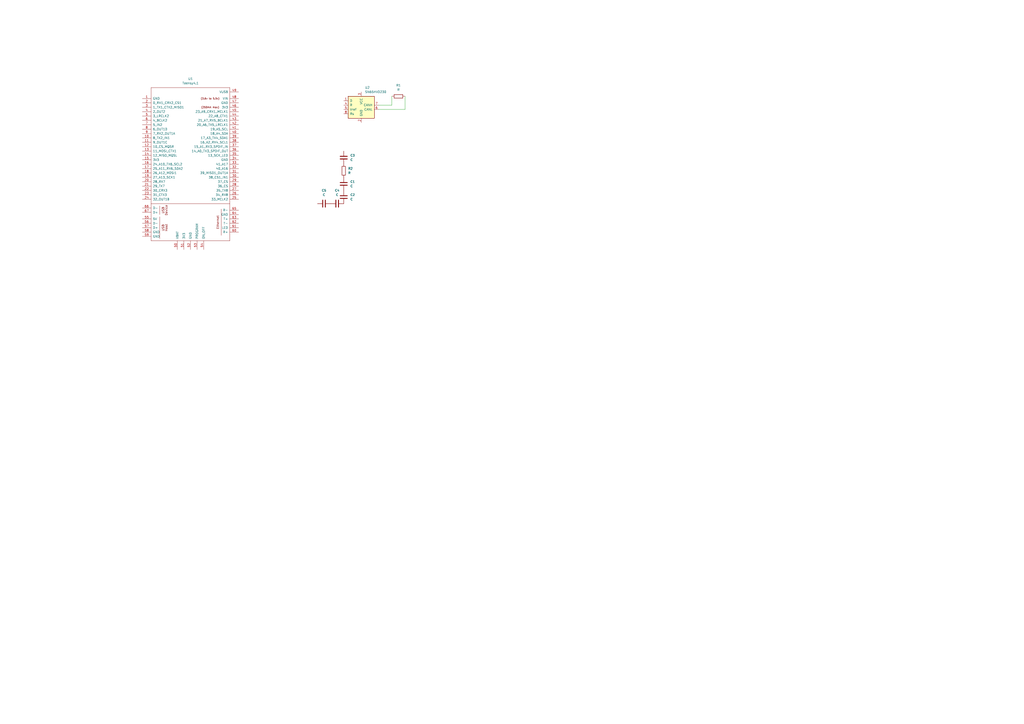
<source format=kicad_sch>
(kicad_sch (version 20250114) (generator "eeschema") (generator_version "9.0")
  (paper "A2")
  (lib_symbols
    (symbol "Device:C" (pin_numbers (hide yes)) (pin_names (offset 0.254))
      (property "Reference" "C" (at 0.635 2.54 0))
      (property "Value" "C" (at 0.635 -2.54 0))
      (symbol "C_0_1"
        (polyline (pts (xy -2.032 0.762) (xy 2.032 0.762)) (stroke (width 0.508)))
        (polyline (pts (xy -2.032 -0.762) (xy 2.032 -0.762)) (stroke (width 0.508)))
      )
      (symbol "C_1_1"
        (pin passive line (at 0 3.81 270) (length 2.794) (name "~") (number "1"))
        (pin passive line (at 0 -3.81 90) (length 2.794) (name "~") (number "2"))
      )
    )
    (symbol "Device:R" (pin_numbers (hide yes)) (pin_names (offset 0))
      (property "Reference" "R" (at 2.032 0 90))
      (property "Value" "R" (at 0 0 90))
      (symbol "R_0_1"
        (rectangle (start -1.016 -2.54) (end 1.016 2.54) (stroke (width 0.254)))
      )
      (symbol "R_1_1"
        (pin passive line (at 0 3.81 270) (length 1.27) (name "~") (number "1"))
        (pin passive line (at 0 -3.81 90) (length 1.27) (name "~") (number "2"))
      )
    )
    (symbol "Interface_CAN_LIN:SN65HVD230" (pin_names (offset 1.016))
      (property "Reference" "U" (at -2.54 10.16 0))
      (property "Value" "SN65HVD230" (at -2.54 7.62 0))
      (symbol "SN65HVD230_0_1"
        (rectangle (start -7.62 5.08) (end 7.62 -7.62) (stroke (width 0.254)) (fill (type background)))
      )
      (symbol "SN65HVD230_1_1"
        (pin input line (at -10.16 2.54 0) (length 2.54) (name "D") (number "1"))
        (pin output line (at -10.16 0 0) (length 2.54) (name "R") (number "4"))
        (pin output line (at -10.16 -2.54 0) (length 2.54) (name "Vref") (number "5"))
        (pin input line (at -10.16 -5.08 0) (length 2.54) (name "Rs") (number "8"))
        (pin power_in line (at 0 7.62 270) (length 2.54) (name "VCC") (number "3"))
        (pin power_in line (at 0 -10.16 90) (length 2.54) (name "GND") (number "2"))
        (pin bidirectional line (at 10.16 0 180) (length 2.54) (name "CANH") (number "7"))
        (pin bidirectional line (at 10.16 -2.54 180) (length 2.54) (name "CANL") (number "6"))
      )
    )
    (symbol "teensy:Teensy4.1" (pin_names (offset 1.016))
      (property "Reference" "U1" (at 0 66.04 0))
      (property "Value" "Teensy4.1" (at 0 63.5 0))
      (symbol "Teensy4.1_0_0"
        (polyline (pts (xy -22.86 -6.35) (xy 22.86 -6.35)))
        (polyline (pts (xy -17.78 -7.62) (xy -17.78 -12.7)))
        (polyline (pts (xy -17.78 -26.67) (xy -17.78 -13.97)))
        (polyline (pts (xy 17.78 -9.525) (xy 17.78 -24.765)))
        (text "USB" (at -15.875 -10.16 900) (effects (font (size 1.27 1.27))))
        (text "USB" (at -15.875 -20.32 900) (effects (font (size 1.27 1.27))))
        (text "Device" (at -13.97 -10.16 900) (effects (font (size 1.27 1.27))))
        (text "Host" (at -13.97 -20.32 900) (effects (font (size 1.27 1.27))))
        (text "(3.6v to 5.5v)" (at 11.43 54.61 0) (effects (font (size 1.016 1.016))))
        (text "(250mA max)" (at 11.43 49.53 0) (effects (font (size 1.016 1.016))))
        (text "Ethernet" (at 15.875 -17.145 900) (effects (font (size 1.27 1.27))))
        (pin bidirectional line (at -27.94 44.45 0) (length 5.08) (name "3_LRCLK2") (number "5"))
        (pin bidirectional line (at -27.94 41.91 0) (length 5.08) (name "4_BCLK2") (number "6"))
        (pin bidirectional line (at -27.94 39.37 0) (length 5.08) (name "5_IN2") (number "7"))
        (pin bidirectional line (at -27.94 36.83 0) (length 5.08) (name "6_OUT1D") (number "8"))
        (pin bidirectional line (at -27.94 34.29 0) (length 5.08) (name "7_RX2_OUT1A") (number "9"))
        (pin bidirectional line (at -27.94 31.75 0) (length 5.08) (name "8_TX2_IN1") (number "10"))
        (pin bidirectional line (at -27.94 29.21 0) (length 5.08) (name "9_OUT1C") (number "11"))
        (pin bidirectional line (at -27.94 26.67 0) (length 5.08) (name "10_CS_MQSR") (number "12"))
        (pin bidirectional line (at -27.94 24.13 0) (length 5.08) (name "11_MOSI_CTX1") (number "13"))
        (pin bidirectional line (at -27.94 21.59 0) (length 5.08) (name "12_MISO_MQSL") (number "14"))
        (pin power_in line (at -27.94 19.05 0) (length 5.08) (name "3V3") (number "15"))
        (pin bidirectional line (at -27.94 16.51 0) (length 5.08) (name "24_A10_TX6_SCL2") (number "16"))
        (pin bidirectional line (at -27.94 13.97 0) (length 5.08) (name "25_A11_RX6_SDA2") (number "17"))
        (pin bidirectional line (at -27.94 11.43 0) (length 5.08) (name "26_A12_MOSI1") (number "18"))
        (pin bidirectional line (at -27.94 8.89 0) (length 5.08) (name "27_A13_SCK1") (number "19"))
        (pin bidirectional line (at -27.94 6.35 0) (length 5.08) (name "28_RX7") (number "20"))
        (pin bidirectional line (at -27.94 3.81 0) (length 5.08) (name "29_TX7") (number "21"))
        (pin bidirectional line (at -27.94 1.27 0) (length 5.08) (name "30_CRX3") (number "22"))
        (pin bidirectional line (at -27.94 -1.27 0) (length 5.08) (name "31_CTX3") (number "23"))
        (pin bidirectional line (at -27.94 -3.81 0) (length 5.08) (name "32_OUT1B") (number "24"))
        (pin bidirectional line (at -27.94 -8.89 0) (length 5.08) (name "D-") (number "66"))
        (pin bidirectional line (at -27.94 -11.43 0) (length 5.08) (name "D+") (number "67"))
        (pin power_out line (at -27.94 -15.24 0) (length 5.08) (name "5V") (number "55"))
        (pin bidirectional line (at -27.94 -17.78 0) (length 5.08) (name "D-") (number "56"))
        (pin bidirectional line (at -27.94 -20.32 0) (length 5.08) (name "D+") (number "57"))
        (pin power_in line (at -27.94 -22.86 0) (length 5.08) (name "GND") (number "58"))
        (pin power_in line (at -27.94 -25.4 0) (length 5.08) (name "GND") (number "59"))
        (pin power_in line (at -7.62 -33.02 90) (length 5.08) (name "VBAT") (number "50"))
        (pin power_in line (at -3.81 -33.02 90) (length 5.08) (name "3V3") (number "51"))
        (pin input line (at 0 -33.02 90) (length 5.08) (name "GND") (number "52"))
        (pin input line (at 3.81 -33.02 90) (length 5.08) (name "PROGRAM") (number "53"))
        (pin input line (at 7.62 -33.02 90) (length 5.08) (name "ON_OFF") (number "54"))
        (pin power_out line (at 27.94 58.42 180) (length 5.08) (name "VUSB") (number "49"))
        (pin power_in line (at 27.94 54.61 180) (length 5.08) (name "VIN") (number "48"))
        (pin output line (at 27.94 52.07 180) (length 5.08) (name "GND") (number "47"))
        (pin output line (at 27.94 49.53 180) (length 5.08) (name "3V3") (number "46"))
        (pin bidirectional line (at 27.94 46.99 180) (length 5.08) (name "23_A9_CRX1_MCLK1") (number "45"))
        (pin bidirectional line (at 27.94 44.45 180) (length 5.08) (name "22_A8_CTX1") (number "44"))
        (pin bidirectional line (at 27.94 41.91 180) (length 5.08) (name "21_A7_RX5_BCLK1") (number "43"))
        (pin bidirectional line (at 27.94 39.37 180) (length 5.08) (name "20_A6_TX5_LRCLK1") (number "42"))
        (pin bidirectional line (at 27.94 36.83 180) (length 5.08) (name "19_A5_SCL") (number "41"))
        (pin bidirectional line (at 27.94 34.29 180) (length 5.08) (name "18_A4_SDA") (number "40"))
        (pin bidirectional line (at 27.94 31.75 180) (length 5.08) (name "17_A3_TX4_SDA1") (number "39"))
        (pin bidirectional line (at 27.94 29.21 180) (length 5.08) (name "16_A2_RX4_SCL1") (number "38"))
        (pin bidirectional line (at 27.94 26.67 180) (length 5.08) (name "15_A1_RX3_SPDIF_IN") (number "37"))
        (pin bidirectional line (at 27.94 24.13 180) (length 5.08) (name "14_A0_TX3_SPDIF_OUT") (number "36"))
        (pin bidirectional line (at 27.94 21.59 180) (length 5.08) (name "13_SCK_LED") (number "35"))
        (pin bidirectional line (at 27.94 16.51 180) (length 5.08) (name "41_A17") (number "33"))
        (pin bidirectional line (at 27.94 13.97 180) (length 5.08) (name "40_A16") (number "32"))
        (pin bidirectional line (at 27.94 11.43 180) (length 5.08) (name "39_MISO1_OUT1A") (number "31"))
        (pin bidirectional line (at 27.94 8.89 180) (length 5.08) (name "38_CS1_IN1") (number "30"))
        (pin bidirectional line (at 27.94 6.35 180) (length 5.08) (name "37_CS") (number "29"))
        (pin bidirectional line (at 27.94 3.81 180) (length 5.08) (name "36_CS") (number "28"))
        (pin bidirectional line (at 27.94 1.27 180) (length 5.08) (name "35_TX8") (number "27"))
        (pin bidirectional line (at 27.94 -1.27 180) (length 5.08) (name "34_RX8") (number "26"))
        (pin bidirectional line (at 27.94 -3.81 180) (length 5.08) (name "33_MCLK2") (number "25"))
        (pin bidirectional line (at 27.94 -10.16 180) (length 5.08) (name "R-") (number "65"))
        (pin power_in line (at 27.94 -12.7 180) (length 5.08) (name "GND") (number "64"))
        (pin bidirectional line (at 27.94 -15.24 180) (length 5.08) (name "T+") (number "63"))
        (pin bidirectional line (at 27.94 -17.78 180) (length 5.08) (name "T-") (number "62"))
        (pin bidirectional line (at 27.94 -20.32 180) (length 5.08) (name "LED") (number "61"))
        (pin bidirectional line (at 27.94 -22.86 180) (length 5.08) (name "R+") (number "60"))
      )
      (symbol "Teensy4.1_0_1"
        (rectangle (start -22.86 60.96) (end 22.86 -27.94))
        (rectangle (start -20.32 -1.27) (end -20.32 -1.27))
      )
      (symbol "Teensy4.1_1_1"
        (pin power_in line (at -27.94 54.61 0) (length 5.08) (name "GND") (number "1"))
        (pin bidirectional line (at -27.94 52.07 0) (length 5.08) (name "0_RX1_CRX2_CS1") (number "2"))
        (pin bidirectional line (at -27.94 49.53 0) (length 5.08) (name "1_TX1_CTX2_MISO1") (number "3"))
        (pin bidirectional line (at -27.94 46.99 0) (length 5.08) (name "2_OUT2") (number "4"))
        (pin power_in line (at 27.94 19.05 180) (length 5.08) (name "GND") (number "34"))
      )
    )
  )
  (wire (pts (xy 227.33 60.96) (xy 227.33 55.88)))
  (wire (pts (xy 219.71 60.96) (xy 227.33 60.96)))
  (wire (pts (xy 234.95 63.5) (xy 234.95 55.88)))
  (wire (pts (xy 219.71 63.5) (xy 234.95 63.5)))
  (symbol (lib_id "Device:C") (at 187.96 118.11 270) (unit 1)
    (property "Reference" "C5" (at 187.96 110.49 90))
    (property "Value" "C" (at 187.96 113.03 90))
    (property "Description" "Unpolarized capacitor" (effects (hide yes)))
  )
  (symbol (lib_id "Device:C") (at 195.58 118.11 90) (unit 1)
    (property "Reference" "C4" (at 195.58 110.49 90))
    (property "Value" "C" (at 195.58 113.03 90))
    (property "Description" "Unpolarized capacitor" (effects (hide yes)))
  )
  (symbol (lib_id "Device:R") (at 199.39 99.06 0) (unit 1)
    (property "Reference" "R2" (at 201.93 97.7899 0) (effects (justify left)))
    (property "Value" "R" (at 201.93 100.3299 0) (effects (justify left)))
    (property "Footprint" "Resistor_SMD:R_0201_0603Metric" (effects (hide yes)))
    (property "Description" "Resistor" (effects (hide yes)))
  )
  (symbol (lib_id "teensy:Teensy4.1") (at 110.49 111.76 0) (unit 1)
    (property "Reference" "U1" (at 110.49 45.72 0))
    (property "Value" "Teensy4.1" (at 110.49 48.26 0))
    (property "Footprint" "teensy4.1:Teensy41" (effects (hide yes)))
  )
  (symbol (lib_id "Device:C") (at 199.39 106.68 180) (unit 1)
    (property "Reference" "C1" (at 203.2 105.4099 0) (effects (justify right)))
    (property "Value" "C" (at 203.2 107.9499 0) (effects (justify right)))
    (property "Description" "Unpolarized capacitor" (effects (hide yes)))
  )
  (symbol (lib_id "Device:C") (at 199.39 91.44 180) (unit 1)
    (property "Reference" "C3" (at 203.2 90.1699 0) (effects (justify right)))
    (property "Value" "C" (at 203.2 92.7099 0) (effects (justify right)))
    (property "Description" "Unpolarized capacitor" (effects (hide yes)))
  )
  (symbol (lib_id "Device:R") (at 231.14 55.88 90) (unit 1)
    (property "Reference" "R1" (at 231.14 49.53 90))
    (property "Value" "R" (at 231.14 52.07 90))
    (property "Footprint" "Resistor_SMD:R_MELF_MMB-0207" (effects (hide yes)))
    (property "Description" "Resistor" (effects (hide yes)))
  )
  (symbol (lib_id "Interface_CAN_LIN:SN65HVD230") (at 209.55 60.96 0) (unit 1)
    (property "Reference" "U2" (at 211.6933 50.8 0) (effects (justify left)))
    (property "Value" "SN65HVD230" (at 211.6933 53.34 0) (effects (justify left)))
    (property "Footprint" "Package_SO:SOIC-8_3.9x4.9mm_P1.27mm" (effects (hide yes)))
    (property "Datasheet" "http://www.ti.com/lit/ds/symlink/sn65hvd230.pdf" (effects (hide yes)))
    (property "Description" "CAN Bus Transceivers, 3.3V, 1Mbps, Low-Power capabilities, SOIC-8" (effects (hide yes)))
  )
  (symbol (lib_id "Device:C") (at 199.39 114.3 180) (unit 1)
    (property "Reference" "C2" (at 203.2 113.0299 0) (effects (justify right)))
    (property "Value" "C" (at 203.2 115.5699 0) (effects (justify right)))
    (property "Description" "Unpolarized capacitor" (effects (hide yes)))
  )
)
</source>
